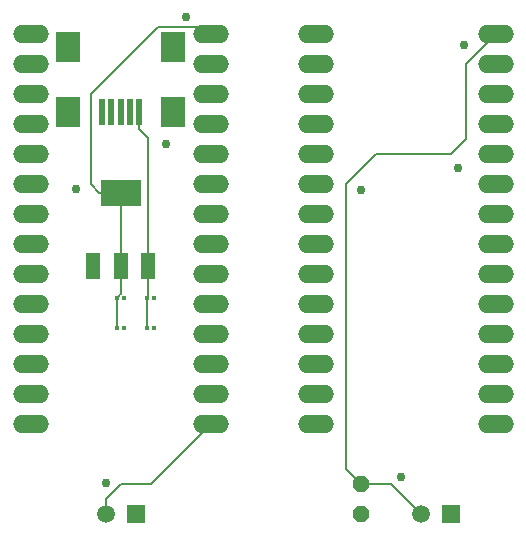
<source format=gbr>
%TF.GenerationSoftware,KiCad,Pcbnew,7.0.1*%
%TF.CreationDate,2023-09-17T13:04:26+09:00*%
%TF.ProjectId,remote emergency switch,72656d6f-7465-4206-956d-657267656e63,rev?*%
%TF.SameCoordinates,Original*%
%TF.FileFunction,Copper,L1,Top*%
%TF.FilePolarity,Positive*%
%FSLAX46Y46*%
G04 Gerber Fmt 4.6, Leading zero omitted, Abs format (unit mm)*
G04 Created by KiCad (PCBNEW 7.0.1) date 2023-09-17 13:04:26*
%MOMM*%
%LPD*%
G01*
G04 APERTURE LIST*
G04 Aperture macros list*
%AMOutline5P*
0 Free polygon, 5 corners , with rotation*
0 The origin of the aperture is its center*
0 number of corners: always 5*
0 $1 to $10 corner X, Y*
0 $11 Rotation angle, in degrees counterclockwise*
0 create outline with 5 corners*
4,1,5,$1,$2,$3,$4,$5,$6,$7,$8,$9,$10,$1,$2,$11*%
%AMOutline6P*
0 Free polygon, 6 corners , with rotation*
0 The origin of the aperture is its center*
0 number of corners: always 6*
0 $1 to $12 corner X, Y*
0 $13 Rotation angle, in degrees counterclockwise*
0 create outline with 6 corners*
4,1,6,$1,$2,$3,$4,$5,$6,$7,$8,$9,$10,$11,$12,$1,$2,$13*%
%AMOutline7P*
0 Free polygon, 7 corners , with rotation*
0 The origin of the aperture is its center*
0 number of corners: always 7*
0 $1 to $14 corner X, Y*
0 $15 Rotation angle, in degrees counterclockwise*
0 create outline with 7 corners*
4,1,7,$1,$2,$3,$4,$5,$6,$7,$8,$9,$10,$11,$12,$13,$14,$1,$2,$15*%
%AMOutline8P*
0 Free polygon, 8 corners , with rotation*
0 The origin of the aperture is its center*
0 number of corners: always 8*
0 $1 to $16 corner X, Y*
0 $17 Rotation angle, in degrees counterclockwise*
0 create outline with 8 corners*
4,1,8,$1,$2,$3,$4,$5,$6,$7,$8,$9,$10,$11,$12,$13,$14,$15,$16,$1,$2,$17*%
G04 Aperture macros list end*
%TA.AperFunction,SMDPad,CuDef*%
%ADD10R,0.350000X0.400000*%
%TD*%
%TA.AperFunction,ComponentPad*%
%ADD11R,1.508000X1.508000*%
%TD*%
%TA.AperFunction,ComponentPad*%
%ADD12C,1.508000*%
%TD*%
%TA.AperFunction,ComponentPad*%
%ADD13O,3.048000X1.524000*%
%TD*%
%TA.AperFunction,SMDPad,CuDef*%
%ADD14R,1.200000X2.200000*%
%TD*%
%TA.AperFunction,SMDPad,CuDef*%
%ADD15R,3.500000X2.200000*%
%TD*%
%TA.AperFunction,ComponentPad*%
%ADD16Outline8P,-0.660400X0.273547X-0.273547X0.660400X0.273547X0.660400X0.660400X0.273547X0.660400X-0.273547X0.273547X-0.660400X-0.273547X-0.660400X-0.660400X-0.273547X270.000000*%
%TD*%
%TA.AperFunction,SMDPad,CuDef*%
%ADD17R,0.500000X2.300000*%
%TD*%
%TA.AperFunction,SMDPad,CuDef*%
%ADD18R,2.000000X2.500000*%
%TD*%
%TA.AperFunction,ViaPad*%
%ADD19C,0.756400*%
%TD*%
%TA.AperFunction,Conductor*%
%ADD20C,0.200000*%
%TD*%
G04 APERTURE END LIST*
D10*
%TO.P,C3,1*%
%TO.N,+3V3*%
X135641100Y-108935600D03*
%TO.P,C3,2*%
%TO.N,SGND*%
X136291100Y-108935600D03*
%TD*%
D11*
%TO.P,EME1,1*%
%TO.N,SGND*%
X137236100Y-124683600D03*
D12*
%TO.P,EME1,2*%
%TO.N,EM1*%
X134696100Y-124683600D03*
%TD*%
D13*
%TO.P,TWE_RIGHT2,1*%
%TO.N,+3V3*%
X167716100Y-84043600D03*
%TO.P,TWE_RIGHT2,2*%
%TO.N,N/C*%
X167716100Y-86583600D03*
%TO.P,TWE_RIGHT2,3*%
X167716100Y-89123600D03*
%TO.P,TWE_RIGHT2,4*%
X167716100Y-91663600D03*
%TO.P,TWE_RIGHT2,5*%
X167716100Y-94203600D03*
%TO.P,TWE_RIGHT2,6*%
X167716100Y-96743600D03*
%TO.P,TWE_RIGHT2,7*%
X167716100Y-99283600D03*
%TO.P,TWE_RIGHT2,8*%
X167716100Y-101823600D03*
%TO.P,TWE_RIGHT2,9*%
X167716100Y-104363600D03*
%TO.P,TWE_RIGHT2,10*%
X167716100Y-106903600D03*
%TO.P,TWE_RIGHT2,11*%
X167716100Y-109443600D03*
%TO.P,TWE_RIGHT2,12*%
X167716100Y-111983600D03*
%TO.P,TWE_RIGHT2,13*%
X167716100Y-114523600D03*
%TO.P,TWE_RIGHT2,14*%
X167716100Y-117063600D03*
%TD*%
D14*
%TO.P,REGYURETA0,ADJ/GND*%
%TO.N,SGND*%
X133616100Y-103653600D03*
%TO.P,REGYURETA0,INPUT*%
%TO.N,+5V*%
X138316100Y-103653600D03*
%TO.P,REGYURETA0,OUTPUT*%
%TO.N,+3V3*%
X135966100Y-103653600D03*
D15*
%TO.P,REGYURETA0,VOUT*%
X135966100Y-97453600D03*
%TD*%
D10*
%TO.P,C4,1*%
%TO.N,+3V3*%
X135641100Y-106395600D03*
%TO.P,C4,2*%
%TO.N,SGND*%
X136291100Y-106395600D03*
%TD*%
D11*
%TO.P,CELL_SUPPLY0,1*%
%TO.N,SGND*%
X163906100Y-124683600D03*
D12*
%TO.P,CELL_SUPPLY0,2*%
%TO.N,+3V3*%
X161366100Y-124683600D03*
%TD*%
D13*
%TO.P,TWE_LEFT2,1*%
%TO.N,SGND*%
X152476100Y-84043600D03*
%TO.P,TWE_LEFT2,2*%
%TO.N,N/C*%
X152476100Y-86583600D03*
%TO.P,TWE_LEFT2,3*%
X152476100Y-89123600D03*
%TO.P,TWE_LEFT2,4*%
X152476100Y-91663600D03*
%TO.P,TWE_LEFT2,5*%
X152476100Y-94203600D03*
%TO.P,TWE_LEFT2,6*%
X152476100Y-96743600D03*
%TO.P,TWE_LEFT2,7*%
X152476100Y-99283600D03*
%TO.P,TWE_LEFT2,8*%
X152476100Y-101823600D03*
%TO.P,TWE_LEFT2,9*%
X152476100Y-104363600D03*
%TO.P,TWE_LEFT2,10*%
X152476100Y-106903600D03*
%TO.P,TWE_LEFT2,11*%
X152476100Y-109443600D03*
%TO.P,TWE_LEFT2,12*%
X152476100Y-111983600D03*
%TO.P,TWE_LEFT2,13*%
X152476100Y-114523600D03*
%TO.P,TWE_LEFT2,14*%
X152476100Y-117063600D03*
%TD*%
%TO.P,TWE_RIGHT1,1*%
%TO.N,+3V3*%
X143586100Y-84043600D03*
%TO.P,TWE_RIGHT1,2*%
%TO.N,N/C*%
X143586100Y-86583600D03*
%TO.P,TWE_RIGHT1,3*%
X143586100Y-89123600D03*
%TO.P,TWE_RIGHT1,4*%
X143586100Y-91663600D03*
%TO.P,TWE_RIGHT1,5*%
X143586100Y-94203600D03*
%TO.P,TWE_RIGHT1,6*%
X143586100Y-96743600D03*
%TO.P,TWE_RIGHT1,7*%
X143586100Y-99283600D03*
%TO.P,TWE_RIGHT1,8*%
X143586100Y-101823600D03*
%TO.P,TWE_RIGHT1,9*%
X143586100Y-104363600D03*
%TO.P,TWE_RIGHT1,10*%
X143586100Y-106903600D03*
%TO.P,TWE_RIGHT1,11*%
X143586100Y-109443600D03*
%TO.P,TWE_RIGHT1,12*%
X143586100Y-111983600D03*
%TO.P,TWE_RIGHT1,13*%
X143586100Y-114523600D03*
%TO.P,TWE_RIGHT1,14*%
%TO.N,EM1*%
X143586100Y-117063600D03*
%TD*%
D10*
%TO.P,C1,1*%
%TO.N,+5V*%
X138181100Y-106395600D03*
%TO.P,C1,2*%
%TO.N,SGND*%
X138831100Y-106395600D03*
%TD*%
D16*
%TO.P,C5,1*%
%TO.N,+3V3*%
X156286100Y-122143600D03*
%TO.P,C5,2*%
%TO.N,SGND*%
X156286100Y-124683600D03*
%TD*%
D17*
%TO.P,DEVICE0,D+*%
%TO.N,D+*%
X135966100Y-90623600D03*
%TO.P,DEVICE0,D-*%
%TO.N,D-*%
X136766100Y-90623600D03*
%TO.P,DEVICE0,GND*%
%TO.N,SGND*%
X134366100Y-90623600D03*
%TO.P,DEVICE0,ID*%
%TO.N,N/C*%
X135166100Y-90623600D03*
D18*
%TO.P,DEVICE0,P$6*%
X140416100Y-90603600D03*
%TO.P,DEVICE0,P$7*%
X140416100Y-85103600D03*
%TO.P,DEVICE0,P$8*%
X131516100Y-90603600D03*
%TO.P,DEVICE0,P$9*%
X131516100Y-85103600D03*
D17*
%TO.P,DEVICE0,VBUS*%
%TO.N,+5V*%
X137566100Y-90623600D03*
%TD*%
D13*
%TO.P,TWE_LEFT1,1*%
%TO.N,SGND*%
X128346100Y-84043600D03*
%TO.P,TWE_LEFT1,2*%
%TO.N,N/C*%
X128346100Y-86583600D03*
%TO.P,TWE_LEFT1,3*%
X128346100Y-89123600D03*
%TO.P,TWE_LEFT1,4*%
X128346100Y-91663600D03*
%TO.P,TWE_LEFT1,5*%
X128346100Y-94203600D03*
%TO.P,TWE_LEFT1,6*%
X128346100Y-96743600D03*
%TO.P,TWE_LEFT1,7*%
X128346100Y-99283600D03*
%TO.P,TWE_LEFT1,8*%
X128346100Y-101823600D03*
%TO.P,TWE_LEFT1,9*%
X128346100Y-104363600D03*
%TO.P,TWE_LEFT1,10*%
X128346100Y-106903600D03*
%TO.P,TWE_LEFT1,11*%
X128346100Y-109443600D03*
%TO.P,TWE_LEFT1,12*%
X128346100Y-111983600D03*
%TO.P,TWE_LEFT1,13*%
X128346100Y-114523600D03*
%TO.P,TWE_LEFT1,14*%
X128346100Y-117063600D03*
%TD*%
D10*
%TO.P,C2,1*%
%TO.N,+5V*%
X138181100Y-108935600D03*
%TO.P,C2,2*%
%TO.N,SGND*%
X138831100Y-108935600D03*
%TD*%
D19*
%TO.N,SGND*%
X139776100Y-93314600D03*
X165049100Y-84932600D03*
X141500000Y-82600000D03*
X156286100Y-97251600D03*
X159715100Y-121508600D03*
X132156100Y-97124600D03*
X134696100Y-122016600D03*
X164541100Y-95346600D03*
%TD*%
D20*
%TO.N,EM1*%
X138506100Y-122143600D02*
X135966100Y-122143600D01*
X135966100Y-122143600D02*
X134696100Y-123413600D01*
X134696100Y-123413600D02*
X134696100Y-124683600D01*
X143586100Y-117063600D02*
X138506100Y-122143600D01*
%TO.N,+5V*%
X138316100Y-106260600D02*
X138181100Y-106395600D01*
X138181100Y-106395600D02*
X138181100Y-108935600D01*
X138316100Y-103653600D02*
X138316100Y-106260600D01*
X137566100Y-90623600D02*
X137566100Y-92036650D01*
X138316100Y-92786650D02*
X138316100Y-103653600D01*
X137566100Y-92036650D02*
X138316100Y-92786650D01*
%TO.N,+3V3*%
X157556100Y-94203600D02*
X155016100Y-96743600D01*
X158826100Y-122143600D02*
X161366100Y-124683600D01*
X135966100Y-105988650D02*
X135863700Y-106091050D01*
X133426100Y-96743600D02*
X134136100Y-97453600D01*
X134136100Y-97453600D02*
X135966100Y-97453600D01*
X135966100Y-103653600D02*
X135966100Y-97453600D01*
X135641100Y-106395600D02*
X135641100Y-108935600D01*
X135863700Y-106173000D02*
X135641100Y-106395600D01*
X165176100Y-86583600D02*
X165176100Y-92933600D01*
X133426100Y-89123600D02*
X133426100Y-96743600D01*
X155016100Y-96743600D02*
X155016100Y-120873600D01*
X155016100Y-120873600D02*
X156286100Y-122143600D01*
X135863700Y-106091050D02*
X135863700Y-106173000D01*
X165176100Y-92933600D02*
X163906100Y-94203600D01*
X143586100Y-84043600D02*
X142951100Y-83408600D01*
X163906100Y-94203600D02*
X157556100Y-94203600D01*
X135966100Y-103653600D02*
X135966100Y-105988650D01*
X142951100Y-83408600D02*
X139141100Y-83408600D01*
X156286100Y-122143600D02*
X158826100Y-122143600D01*
X139141100Y-83408600D02*
X133426100Y-89123600D01*
X167716100Y-84043600D02*
X165176100Y-86583600D01*
%TD*%
M02*

</source>
